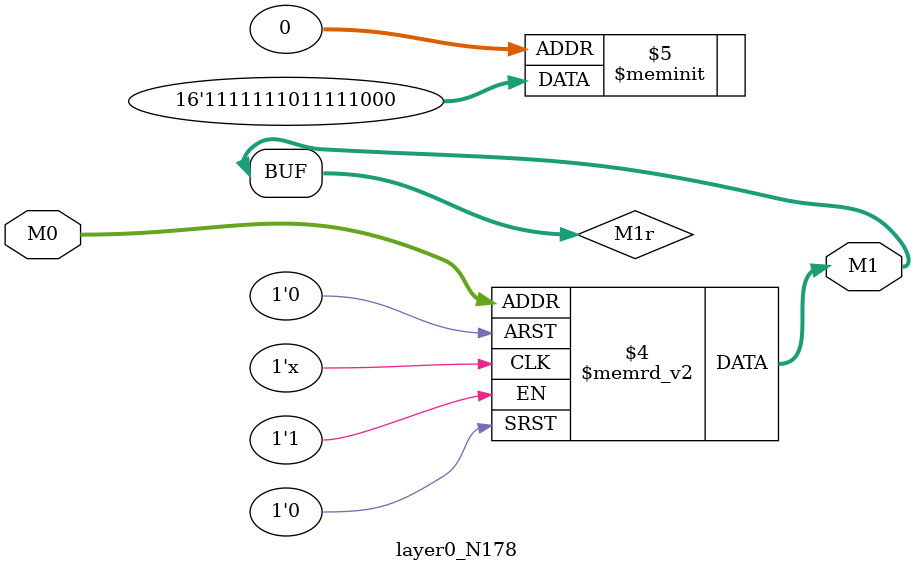
<source format=v>
module layer0_N178 ( input [2:0] M0, output [1:0] M1 );

	(*rom_style = "distributed" *) reg [1:0] M1r;
	assign M1 = M1r;
	always @ (M0) begin
		case (M0)
			3'b000: M1r = 2'b00;
			3'b100: M1r = 2'b10;
			3'b010: M1r = 2'b11;
			3'b110: M1r = 2'b11;
			3'b001: M1r = 2'b10;
			3'b101: M1r = 2'b11;
			3'b011: M1r = 2'b11;
			3'b111: M1r = 2'b11;

		endcase
	end
endmodule

</source>
